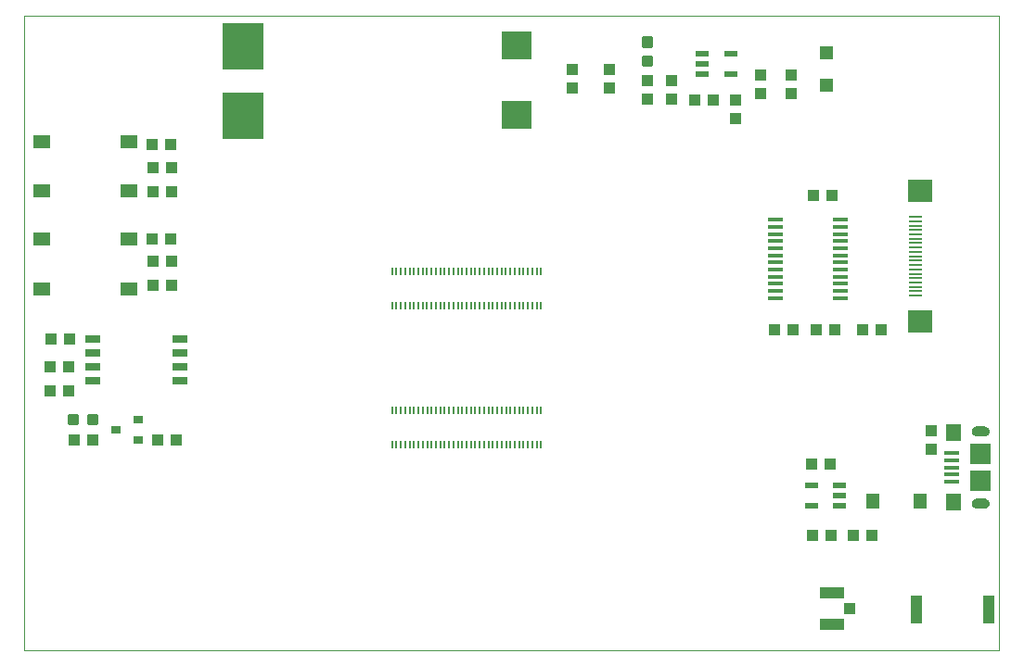
<source format=gtp>
G04 EAGLE Gerber X2 export*
%TF.Part,Single*%
%TF.FileFunction,Other,Top Paste*%
%TF.FilePolarity,Positive*%
%TF.GenerationSoftware,Autodesk,EAGLE,9.0.0*%
%TF.CreationDate,2018-08-23T05:20:42Z*%
G75*
%MOMM*%
%FSLAX34Y34*%
%LPD*%
%AMOC8*
5,1,8,0,0,1.08239X$1,22.5*%
G01*
%ADD10C,0.000000*%
%ADD11R,0.200000X0.700000*%
%ADD12R,3.810000X4.240000*%
%ADD13R,2.700000X2.550000*%
%ADD14R,1.000000X1.100000*%
%ADD15C,0.300000*%
%ADD16R,1.100000X1.000000*%
%ADD17R,1.150000X0.600000*%
%ADD18R,1.300000X1.300000*%
%ADD19R,0.900000X0.800000*%
%ADD20R,1.400000X1.600000*%
%ADD21R,1.350000X0.400000*%
%ADD22R,1.900000X1.900000*%
%ADD23R,1.250000X0.220000*%
%ADD24R,2.300000X2.100000*%
%ADD25R,1.200000X0.600000*%
%ADD26R,1.270000X1.470000*%
%ADD27R,1.475000X0.450000*%
%ADD28R,1.450000X0.750000*%
%ADD29R,1.550000X1.300000*%
%ADD30R,1.016000X2.540000*%
%ADD31R,2.200000X1.050000*%
%ADD32R,1.050000X1.000000*%

G36*
X987105Y335516D02*
X987105Y335516D01*
X987188Y335519D01*
X987905Y335656D01*
X988030Y335699D01*
X988118Y335722D01*
X988787Y336015D01*
X988900Y336085D01*
X988980Y336128D01*
X989567Y336562D01*
X989661Y336655D01*
X989731Y336715D01*
X990206Y337269D01*
X990277Y337381D01*
X990331Y337454D01*
X990671Y338100D01*
X990716Y338225D01*
X990752Y338308D01*
X990940Y339014D01*
X990956Y339146D01*
X990973Y339235D01*
X990999Y339965D01*
X990995Y340002D01*
X990999Y340035D01*
X990973Y340765D01*
X990949Y340895D01*
X990940Y340986D01*
X990752Y341692D01*
X990701Y341814D01*
X990671Y341900D01*
X990331Y342546D01*
X990254Y342654D01*
X990206Y342731D01*
X989731Y343285D01*
X989631Y343373D01*
X989567Y343438D01*
X988980Y343873D01*
X988864Y343936D01*
X988787Y343985D01*
X988118Y344278D01*
X987991Y344314D01*
X987905Y344344D01*
X987188Y344481D01*
X987082Y344487D01*
X987000Y344499D01*
X979000Y344499D01*
X978882Y344482D01*
X978794Y344478D01*
X977961Y344302D01*
X977792Y344241D01*
X977715Y344216D01*
X976956Y343831D01*
X976809Y343727D01*
X976741Y343683D01*
X976108Y343115D01*
X975992Y342977D01*
X975938Y342917D01*
X975473Y342204D01*
X975397Y342041D01*
X975361Y341969D01*
X975096Y341160D01*
X975065Y340982D01*
X975048Y340904D01*
X975002Y340054D01*
X975006Y340006D01*
X975001Y339965D01*
X975027Y339235D01*
X975051Y339105D01*
X975060Y339014D01*
X975248Y338308D01*
X975299Y338186D01*
X975329Y338100D01*
X975669Y337454D01*
X975746Y337347D01*
X975794Y337269D01*
X976269Y336715D01*
X976369Y336627D01*
X976433Y336562D01*
X977020Y336128D01*
X977136Y336064D01*
X977213Y336015D01*
X977882Y335722D01*
X978009Y335686D01*
X978095Y335656D01*
X978812Y335519D01*
X978918Y335514D01*
X979000Y335501D01*
X987000Y335501D01*
X987105Y335516D01*
G37*
G36*
X987105Y269516D02*
X987105Y269516D01*
X987188Y269519D01*
X987905Y269656D01*
X988030Y269699D01*
X988118Y269722D01*
X988787Y270015D01*
X988900Y270085D01*
X988980Y270128D01*
X989567Y270562D01*
X989661Y270655D01*
X989731Y270715D01*
X990206Y271269D01*
X990277Y271381D01*
X990331Y271454D01*
X990671Y272100D01*
X990716Y272225D01*
X990752Y272308D01*
X990940Y273014D01*
X990956Y273146D01*
X990973Y273235D01*
X990999Y273965D01*
X990995Y274002D01*
X990999Y274035D01*
X990973Y274765D01*
X990949Y274895D01*
X990940Y274986D01*
X990752Y275692D01*
X990701Y275814D01*
X990671Y275900D01*
X990331Y276546D01*
X990254Y276654D01*
X990206Y276731D01*
X989731Y277285D01*
X989631Y277373D01*
X989567Y277438D01*
X988980Y277873D01*
X988864Y277936D01*
X988787Y277985D01*
X988118Y278278D01*
X987991Y278314D01*
X987905Y278344D01*
X987188Y278481D01*
X987082Y278487D01*
X987000Y278499D01*
X979000Y278499D01*
X978882Y278482D01*
X978794Y278478D01*
X977961Y278302D01*
X977792Y278241D01*
X977715Y278216D01*
X976956Y277831D01*
X976809Y277727D01*
X976741Y277683D01*
X976108Y277115D01*
X975992Y276977D01*
X975938Y276917D01*
X975473Y276204D01*
X975397Y276041D01*
X975361Y275969D01*
X975096Y275160D01*
X975065Y274982D01*
X975048Y274904D01*
X975002Y274054D01*
X975006Y274006D01*
X975001Y273965D01*
X975027Y273235D01*
X975051Y273105D01*
X975060Y273014D01*
X975248Y272308D01*
X975299Y272186D01*
X975329Y272100D01*
X975669Y271454D01*
X975746Y271347D01*
X975794Y271269D01*
X976269Y270715D01*
X976369Y270627D01*
X976433Y270562D01*
X977020Y270128D01*
X977136Y270064D01*
X977213Y270015D01*
X977882Y269722D01*
X978009Y269686D01*
X978095Y269656D01*
X978812Y269519D01*
X978918Y269514D01*
X979000Y269501D01*
X987000Y269501D01*
X987105Y269516D01*
G37*
D10*
X110000Y140000D02*
X1000000Y140000D01*
X1000000Y720000D01*
X110000Y720000D01*
X110000Y140000D01*
D11*
X445600Y486000D03*
X449600Y486000D03*
X453600Y486000D03*
X457600Y486000D03*
X461600Y486000D03*
X465600Y486000D03*
X469600Y486000D03*
X473600Y486000D03*
X477600Y486000D03*
X481600Y486000D03*
X485600Y486000D03*
X489600Y486000D03*
X493600Y486000D03*
X497600Y486000D03*
X501600Y486000D03*
X505600Y486000D03*
X509600Y486000D03*
X513600Y486000D03*
X517600Y486000D03*
X521600Y486000D03*
X525600Y486000D03*
X529600Y486000D03*
X533600Y486000D03*
X537600Y486000D03*
X541600Y486000D03*
X545600Y486000D03*
X549600Y486000D03*
X553600Y486000D03*
X557600Y486000D03*
X561600Y486000D03*
X565600Y486000D03*
X569600Y486000D03*
X573600Y486000D03*
X577600Y486000D03*
X581600Y486000D03*
X445600Y455200D03*
X449600Y455200D03*
X453600Y455200D03*
X457600Y455200D03*
X461600Y455200D03*
X465600Y455200D03*
X469600Y455200D03*
X473600Y455200D03*
X477600Y455200D03*
X481600Y455200D03*
X485600Y455200D03*
X489600Y455200D03*
X493600Y455200D03*
X497600Y455200D03*
X501600Y455200D03*
X505600Y455200D03*
X509600Y455200D03*
X513600Y455200D03*
X517600Y455200D03*
X521600Y455200D03*
X525600Y455200D03*
X529600Y455200D03*
X533600Y455200D03*
X537600Y455200D03*
X541600Y455200D03*
X545600Y455200D03*
X549600Y455200D03*
X553600Y455200D03*
X557600Y455200D03*
X561600Y455200D03*
X565600Y455200D03*
X569600Y455200D03*
X573600Y455200D03*
X577600Y455200D03*
X581600Y455200D03*
X445650Y359050D03*
X449650Y359050D03*
X453650Y359050D03*
X457650Y359050D03*
X461650Y359050D03*
X465650Y359050D03*
X469650Y359050D03*
X473650Y359050D03*
X477650Y359050D03*
X481650Y359050D03*
X485650Y359050D03*
X489650Y359050D03*
X493650Y359050D03*
X497650Y359050D03*
X501650Y359050D03*
X505650Y359050D03*
X509650Y359050D03*
X513650Y359050D03*
X517650Y359050D03*
X521650Y359050D03*
X525650Y359050D03*
X529650Y359050D03*
X533650Y359050D03*
X537650Y359050D03*
X541650Y359050D03*
X545650Y359050D03*
X549650Y359050D03*
X553650Y359050D03*
X557650Y359050D03*
X561650Y359050D03*
X565650Y359050D03*
X569650Y359050D03*
X573650Y359050D03*
X577650Y359050D03*
X581650Y359050D03*
X445650Y328250D03*
X449650Y328250D03*
X453650Y328250D03*
X457650Y328250D03*
X461650Y328250D03*
X465650Y328250D03*
X469650Y328250D03*
X473650Y328250D03*
X477650Y328250D03*
X481650Y328250D03*
X485650Y328250D03*
X489650Y328250D03*
X493650Y328250D03*
X497650Y328250D03*
X501650Y328250D03*
X505650Y328250D03*
X509650Y328250D03*
X513650Y328250D03*
X517650Y328250D03*
X521650Y328250D03*
X525650Y328250D03*
X529650Y328250D03*
X533650Y328250D03*
X537650Y328250D03*
X541650Y328250D03*
X545650Y328250D03*
X549650Y328250D03*
X553650Y328250D03*
X557650Y328250D03*
X561650Y328250D03*
X565650Y328250D03*
X569650Y328250D03*
X573650Y328250D03*
X577650Y328250D03*
X581650Y328250D03*
D12*
X309700Y692100D03*
X309700Y628300D03*
D13*
X559000Y692700D03*
X559000Y629300D03*
D14*
X610000Y653500D03*
X610000Y670500D03*
X644000Y653500D03*
X644000Y670500D03*
X679000Y660500D03*
X679000Y643500D03*
D15*
X682500Y692270D02*
X675500Y692270D01*
X675500Y699270D01*
X682500Y699270D01*
X682500Y692270D01*
X682500Y695269D02*
X675500Y695269D01*
X675500Y698268D02*
X682500Y698268D01*
X682500Y674730D02*
X675500Y674730D01*
X675500Y681730D01*
X682500Y681730D01*
X682500Y674730D01*
X682500Y677729D02*
X675500Y677729D01*
X675500Y680728D02*
X682500Y680728D01*
D16*
X150600Y377100D03*
X133600Y377100D03*
X150600Y398600D03*
X133600Y398600D03*
X151600Y424100D03*
X134600Y424100D03*
D17*
X729000Y685530D03*
X729000Y676000D03*
X729000Y666470D03*
X755000Y666470D03*
X755000Y685530D03*
D14*
X701000Y643500D03*
X701000Y660500D03*
X782000Y665500D03*
X782000Y648500D03*
X810000Y665500D03*
X810000Y648500D03*
D18*
X842000Y686000D03*
X842000Y656000D03*
D16*
X738500Y643000D03*
X721500Y643000D03*
D14*
X759000Y642500D03*
X759000Y625500D03*
D19*
X214200Y332000D03*
X214200Y351000D03*
X193200Y341500D03*
D16*
X155300Y332000D03*
X172300Y332000D03*
X231300Y332500D03*
X248300Y332500D03*
D15*
X168970Y347500D02*
X168970Y354500D01*
X175970Y354500D01*
X175970Y347500D01*
X168970Y347500D01*
X168970Y350499D02*
X175970Y350499D01*
X175970Y353498D02*
X168970Y353498D01*
X151430Y354500D02*
X151430Y347500D01*
X151430Y354500D02*
X158430Y354500D01*
X158430Y347500D01*
X151430Y347500D01*
X151430Y350499D02*
X158430Y350499D01*
X158430Y353498D02*
X151430Y353498D01*
D16*
X244700Y473800D03*
X227700Y473800D03*
X244700Y559300D03*
X227700Y559300D03*
X227300Y495200D03*
X244300Y495200D03*
X227300Y580700D03*
X244300Y580700D03*
X243700Y515800D03*
X226700Y515800D03*
X243700Y602300D03*
X226700Y602300D03*
D20*
X958500Y275000D03*
X958500Y339000D03*
D21*
X956250Y307000D03*
X956250Y313500D03*
X956250Y300500D03*
X956250Y294000D03*
X956250Y320000D03*
D22*
X983000Y295000D03*
X983000Y319000D03*
D23*
X923250Y536000D03*
X923250Y532000D03*
X923250Y528000D03*
X923250Y524000D03*
X923250Y520000D03*
X923250Y516000D03*
X923250Y512000D03*
X923250Y508000D03*
X923250Y504000D03*
X923250Y500000D03*
X923250Y496000D03*
X923250Y492000D03*
X923250Y488000D03*
X923250Y484000D03*
X923250Y480000D03*
X923250Y476000D03*
X923250Y472000D03*
X923250Y468000D03*
X923250Y464000D03*
D24*
X927500Y559500D03*
X927500Y440500D03*
D25*
X854000Y272000D03*
X854000Y281500D03*
X854000Y291000D03*
X829000Y291000D03*
X829000Y272000D03*
D26*
X884500Y275900D03*
X927500Y275900D03*
D16*
X875500Y433000D03*
X892500Y433000D03*
X845500Y310000D03*
X828500Y310000D03*
D14*
X937500Y323600D03*
X937500Y340600D03*
D16*
X883500Y245000D03*
X866500Y245000D03*
X829500Y245000D03*
X846500Y245000D03*
X849500Y433000D03*
X832500Y433000D03*
D27*
X795820Y533450D03*
X795820Y526950D03*
X795820Y520450D03*
X795820Y513950D03*
X795820Y507450D03*
X795820Y500950D03*
X795820Y494450D03*
X795820Y487950D03*
X795820Y481450D03*
X795820Y474950D03*
X795820Y468450D03*
X795820Y461950D03*
X854580Y461950D03*
X854580Y468450D03*
X854580Y474950D03*
X854580Y481450D03*
X854580Y487950D03*
X854580Y494450D03*
X854580Y500950D03*
X854580Y507450D03*
X854580Y513950D03*
X854580Y520450D03*
X854580Y526950D03*
X854580Y533450D03*
D16*
X794500Y433000D03*
X811500Y433000D03*
X847400Y555800D03*
X830400Y555800D03*
D28*
X251750Y385950D03*
X251750Y398650D03*
X251750Y411350D03*
X251750Y424050D03*
X172250Y424050D03*
X172250Y411350D03*
X172250Y398650D03*
X172250Y385950D03*
D29*
X126250Y470500D03*
X205750Y470500D03*
X126250Y515500D03*
X205750Y515500D03*
X126250Y559500D03*
X205750Y559500D03*
X126250Y604500D03*
X205750Y604500D03*
D30*
X923980Y177000D03*
X990020Y177000D03*
D31*
X847000Y163250D03*
X847000Y192750D03*
D32*
X863000Y178000D03*
M02*

</source>
